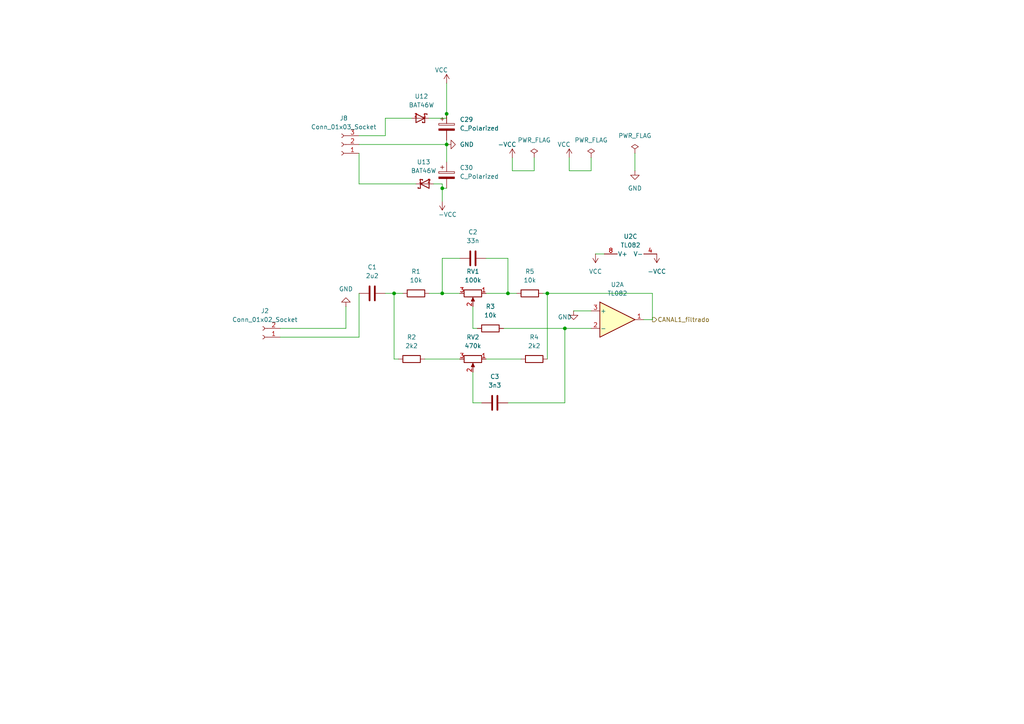
<source format=kicad_sch>
(kicad_sch (version 20231120) (generator "eeschema") (generator_version "8.0")
  (paper "A4")
  (lib_symbols
    (symbol "BAT46W:BAT46W" (pin_names (offset 1.016))
      (property "Reference" "U" (at -2.2896 1.908 0))
      (property "Value" "BAT46W" (at -2.2899 -3.4349 0))
      (symbol "BAT46W_0_0"
        (polyline (pts (xy -1.27 -1.27) (xy 1.27 0)) (stroke (width 0.254)))
        (polyline (pts (xy -1.27 1.27) (xy -1.27 -1.27)) (stroke (width 0.254)))
        (polyline (pts (xy 0.635 -1.016) (xy 0.635 -1.27)) (stroke (width 0.254)))
        (polyline (pts (xy 1.27 -1.27) (xy 0.635 -1.27)) (stroke (width 0.254)))
        (polyline (pts (xy 1.27 0) (xy -1.27 1.27)) (stroke (width 0.254)))
        (polyline (pts (xy 1.27 0) (xy 1.27 -1.27)) (stroke (width 0.254)))
        (polyline (pts (xy 1.27 1.27) (xy 1.27 0)) (stroke (width 0.254)))
        (polyline (pts (xy 1.905 1.27) (xy 1.27 1.27)) (stroke (width 0.254)))
        (polyline (pts (xy 1.905 1.27) (xy 1.905 1.016)) (stroke (width 0.254)))
        (pin passive line (at 2.54 0 180) (length 2.54) (name "~") (number "1"))
        (pin passive line (at -2.54 0 0) (length 2.54) (name "~") (number "2"))
      )
    )
    (symbol "c:C" (pin_numbers hide) (pin_names (offset 0.254))
      (property "Reference" "C" (at 0.635 2.54 0))
      (property "Value" "C" (at 0.635 -2.54 0))
      (symbol "C_0_1"
        (polyline (pts (xy -2.032 -0.762) (xy 2.032 -0.762)) (stroke (width 0.508)))
        (polyline (pts (xy -2.032 0.762) (xy 2.032 0.762)) (stroke (width 0.508)))
      )
      (symbol "C_1_1"
        (pin passive line (at 0 3.81 270) (length 2.794) (name "~") (number "1"))
        (pin passive line (at 0 -3.81 90) (length 2.794) (name "~") (number "2"))
      )
    )
    (symbol "c_polarized:C_Polarized" (pin_numbers hide) (pin_names (offset 0.254))
      (property "Reference" "C" (at 0.635 2.54 0))
      (property "Value" "C_Polarized" (at 0.635 -2.54 0))
      (symbol "C_Polarized_0_1"
        (rectangle (start -2.286 0.508) (end 2.286 1.016))
        (polyline (pts (xy -1.778 2.286) (xy -0.762 2.286)))
        (polyline (pts (xy -1.27 2.794) (xy -1.27 1.778)))
        (rectangle (start 2.286 -0.508) (end -2.286 -1.016) (fill (type outline)))
      )
      (symbol "C_Polarized_1_1"
        (pin passive line (at 0 3.81 270) (length 2.794) (name "~") (number "1"))
        (pin passive line (at 0 -3.81 90) (length 2.794) (name "~") (number "2"))
      )
    )
    (symbol "conn_01x02_socket:Conn_01x02_Socket" (pin_names (offset 1.016) hide)
      (property "Reference" "J" (at 0 2.54 0))
      (property "Value" "Conn_01x02_Socket" (at 0 -5.08 0))
      (symbol "Conn_01x02_Socket_1_1"
        (arc (start 0 -2.032) (mid -0.5058 -2.54) (end 0 -3.048) (stroke (width 0.1524)))
        (polyline (pts (xy -1.27 -2.54) (xy -0.508 -2.54)) (stroke (width 0.1524)))
        (polyline (pts (xy -1.27 0) (xy -0.508 0)) (stroke (width 0.1524)))
        (arc (start 0 0.508) (mid -0.5058 0) (end 0 -0.508) (stroke (width 0.1524)))
        (pin passive line (at -5.08 0 0) (length 3.81) (name "Pin_1") (number "1"))
        (pin passive line (at -5.08 -2.54 0) (length 3.81) (name "Pin_2") (number "2"))
      )
    )
    (symbol "conn_01x03_socket:Conn_01x03_Socket" (pin_names (offset 1.016) hide)
      (property "Reference" "J" (at 0 5.08 0))
      (property "Value" "Conn_01x03_Socket" (at 0 -5.08 0))
      (symbol "Conn_01x03_Socket_1_1"
        (arc (start 0 -2.032) (mid -0.5058 -2.54) (end 0 -3.048) (stroke (width 0.1524)))
        (polyline (pts (xy -1.27 -2.54) (xy -0.508 -2.54)) (stroke (width 0.1524)))
        (polyline (pts (xy -1.27 0) (xy -0.508 0)) (stroke (width 0.1524)))
        (polyline (pts (xy -1.27 2.54) (xy -0.508 2.54)) (stroke (width 0.1524)))
        (arc (start 0 0.508) (mid -0.5058 0) (end 0 -0.508) (stroke (width 0.1524)))
        (arc (start 0 3.048) (mid -0.5058 2.54) (end 0 2.032) (stroke (width 0.1524)))
        (pin passive line (at -5.08 2.54 0) (length 3.81) (name "Pin_1") (number "1"))
        (pin passive line (at -5.08 0 0) (length 3.81) (name "Pin_2") (number "2"))
        (pin passive line (at -5.08 -2.54 0) (length 3.81) (name "Pin_3") (number "3"))
      )
    )
    (symbol "power:GND" (power) (pin_numbers hide) (pin_names (offset 0) hide)
      (property "Value" "GND" (at 0 -3.81 0))
      (symbol "GND_0_1"
        (polyline (pts (xy 0 0) (xy 0 -1.27) (xy 1.27 -1.27) (xy 0 -2.54) (xy -1.27 -1.27) (xy 0 -1.27)))
      )
      (symbol "GND_1_1"
        (pin power_in line (at 0 0 270) (length 0) (name "~") (number "1"))
      )
    )
    (symbol "power:PWR_FLAG" (power) (pin_numbers hide) (pin_names (offset 0) hide)
      (property "Value" "PWR_FLAG" (at 0 3.81 0))
      (symbol "PWR_FLAG_0_0"
        (pin power_out line (at 0 0 90) (length 0) (name "~") (number "1"))
      )
      (symbol "PWR_FLAG_0_1"
        (polyline (pts (xy 0 0) (xy 0 1.27) (xy -1.016 1.905) (xy 0 2.54) (xy 1.016 1.905) (xy 0 1.27)))
      )
    )
    (symbol "power:VCC" (power) (pin_numbers hide) (pin_names (offset 0) hide)
      (property "Value" "VCC" (at 0 3.556 0))
      (symbol "VCC_0_1"
        (polyline (pts (xy -0.762 1.27) (xy 0 2.54)))
        (polyline (pts (xy 0 0) (xy 0 2.54)))
        (polyline (pts (xy 0 2.54) (xy 0.762 1.27)))
      )
      (symbol "VCC_1_1"
        (pin power_in line (at 0 0 90) (length 0) (name "~") (number "1"))
      )
    )
    (symbol "r:R" (pin_numbers hide) (pin_names (offset 0))
      (property "Reference" "R" (at 2.032 0 90))
      (property "Value" "R" (at 0 0 90))
      (symbol "R_0_1"
        (rectangle (start -1.016 -2.54) (end 1.016 2.54) (stroke (width 0.254)))
      )
      (symbol "R_1_1"
        (pin passive line (at 0 3.81 270) (length 1.27) (name "~") (number "1"))
        (pin passive line (at 0 -3.81 90) (length 1.27) (name "~") (number "2"))
      )
    )
    (symbol "r_potentiometer:R_Potentiometer" (pin_names (offset 1.016) hide)
      (property "Reference" "RV" (at -4.445 0 90))
      (property "Value" "R_Potentiometer" (at -2.54 0 90))
      (symbol "R_Potentiometer_0_1"
        (polyline (pts (xy 2.54 0) (xy 1.524 0)))
        (polyline (pts (xy 1.143 0) (xy 2.286 0.508) (xy 2.286 -0.508) (xy 1.143 0)) (fill (type outline)))
        (rectangle (start 1.016 2.54) (end -1.016 -2.54) (stroke (width 0.254)))
      )
      (symbol "R_Potentiometer_1_1"
        (pin passive line (at 0 3.81 270) (length 1.27) (name "1") (number "1"))
        (pin passive line (at 3.81 0 180) (length 1.27) (name "2") (number "2"))
        (pin passive line (at 0 -3.81 90) (length 1.27) (name "3") (number "3"))
      )
    )
    (symbol "tl082:TL082" (pin_names (offset 0.127))
      (property "Reference" "U" (at 0 5.08 0))
      (property "Value" "TL082" (at 0 -5.08 0))
      (symbol "TL082_1_1"
        (polyline (pts (xy -5.08 5.08) (xy 5.08 0) (xy -5.08 -5.08) (xy -5.08 5.08)) (stroke (width 0.254)) (fill (type background)))
        (pin output line (at 7.62 0 180) (length 2.54) (name "~") (number "1"))
        (pin input line (at -7.62 -2.54 0) (length 2.54) (name "-") (number "2"))
        (pin input line (at -7.62 2.54 0) (length 2.54) (name "+") (number "3"))
      )
      (symbol "TL082_2_1"
        (polyline (pts (xy -5.08 5.08) (xy 5.08 0) (xy -5.08 -5.08) (xy -5.08 5.08)) (stroke (width 0.254)) (fill (type background)))
        (pin input line (at -7.62 2.54 0) (length 2.54) (name "+") (number "5"))
        (pin input line (at -7.62 -2.54 0) (length 2.54) (name "-") (number "6"))
        (pin output line (at 7.62 0 180) (length 2.54) (name "~") (number "7"))
      )
      (symbol "TL082_3_1"
        (pin power_in line (at -2.54 -7.62 90) (length 3.81) (name "V-") (number "4"))
        (pin power_in line (at -2.54 7.62 270) (length 3.81) (name "V+") (number "8"))
      )
    )
  )
  (junction (at 129.54 33.02))
  (junction (at 147.32 85.09))
  (junction (at 158.75 85.09))
  (junction (at 129.54 41.91))
  (junction (at 128.27 85.09))
  (junction (at 128.27 54.61))
  (junction (at 163.83 95.25))
  (junction (at 114.3 85.09))
  (wire (pts (xy 128.27 85.09) (xy 128.27 74.93)))
  (wire (pts (xy 81.28 97.79) (xy 104.14 97.79)))
  (wire (pts (xy 137.16 116.84) (xy 139.7 116.84)))
  (wire (pts (xy 148.59 45.72) (xy 148.59 49.53)))
  (wire (pts (xy 163.83 95.25) (xy 163.83 116.84)))
  (wire (pts (xy 172.72 73.66) (xy 175.26 73.66)))
  (wire (pts (xy 128.27 53.34) (xy 128.27 54.61)))
  (wire (pts (xy 189.23 85.09) (xy 158.75 85.09)))
  (wire (pts (xy 104.14 53.34) (xy 120.65 53.34)))
  (wire (pts (xy 140.97 104.14) (xy 151.13 104.14)))
  (wire (pts (xy 137.16 95.25) (xy 138.43 95.25)))
  (wire (pts (xy 129.54 54.61) (xy 128.27 54.61)))
  (wire (pts (xy 104.14 39.37) (xy 111.76 39.37)))
  (wire (pts (xy 124.46 85.09) (xy 128.27 85.09)))
  (wire (pts (xy 104.14 44.45) (xy 104.14 53.34)))
  (wire (pts (xy 128.27 74.93) (xy 133.35 74.93)))
  (wire (pts (xy 163.83 95.25) (xy 171.45 95.25)))
  (wire (pts (xy 111.76 85.09) (xy 114.3 85.09)))
  (wire (pts (xy 147.32 85.09) (xy 149.86 85.09)))
  (wire (pts (xy 189.23 92.71) (xy 186.69 92.71)))
  (wire (pts (xy 114.3 85.09) (xy 114.3 104.14)))
  (wire (pts (xy 104.14 41.91) (xy 129.54 41.91)))
  (wire (pts (xy 140.97 74.93) (xy 147.32 74.93)))
  (wire (pts (xy 100.33 88.9) (xy 100.33 95.25)))
  (wire (pts (xy 137.16 88.9) (xy 137.16 95.25)))
  (wire (pts (xy 129.54 41.91) (xy 129.54 46.99)))
  (wire (pts (xy 111.76 39.37) (xy 111.76 34.29)))
  (wire (pts (xy 148.59 49.53) (xy 154.94 49.53)))
  (wire (pts (xy 154.94 49.53) (xy 154.94 45.72)))
  (wire (pts (xy 171.45 49.53) (xy 171.45 45.72)))
  (wire (pts (xy 189.23 85.09) (xy 189.23 92.71)))
  (wire (pts (xy 123.19 104.14) (xy 133.35 104.14)))
  (wire (pts (xy 114.3 104.14) (xy 115.57 104.14)))
  (wire (pts (xy 140.97 85.09) (xy 147.32 85.09)))
  (wire (pts (xy 165.1 49.53) (xy 171.45 49.53)))
  (wire (pts (xy 165.1 45.72) (xy 165.1 49.53)))
  (wire (pts (xy 158.75 85.09) (xy 157.48 85.09)))
  (wire (pts (xy 114.3 85.09) (xy 116.84 85.09)))
  (wire (pts (xy 163.83 116.84) (xy 147.32 116.84)))
  (wire (pts (xy 124.46 34.29) (xy 129.54 34.29)))
  (wire (pts (xy 128.27 85.09) (xy 133.35 85.09)))
  (wire (pts (xy 129.54 41.91) (xy 129.54 40.64)))
  (wire (pts (xy 104.14 97.79) (xy 104.14 85.09)))
  (wire (pts (xy 147.32 74.93) (xy 147.32 85.09)))
  (wire (pts (xy 129.54 24.13) (xy 129.54 33.02)))
  (wire (pts (xy 81.28 95.25) (xy 100.33 95.25)))
  (wire (pts (xy 128.27 54.61) (xy 128.27 58.42)))
  (wire (pts (xy 125.73 53.34) (xy 128.27 53.34)))
  (wire (pts (xy 111.76 34.29) (xy 119.38 34.29)))
  (wire (pts (xy 146.05 95.25) (xy 163.83 95.25)))
  (wire (pts (xy 129.54 33.02) (xy 129.54 34.29)))
  (wire (pts (xy 184.15 44.45) (xy 184.15 49.53)))
  (wire (pts (xy 137.16 107.95) (xy 137.16 116.84)))
  (wire (pts (xy 166.37 90.17) (xy 171.45 90.17)))
  (wire (pts (xy 158.75 104.14) (xy 158.75 85.09)))
  (hierarchical_label "CANAL1_filtrado" (shape output) (at 189.23 92.71 0))
  (symbol (lib_id "r_potentiometer:R_Potentiometer") (at 137.16 104.14 270) (unit 1)
    (property "Reference" "RV2" (at 137.16 97.79 90))
    (property "Value" "470k" (at 137.16 100.33 90))
    (property "Footprint" "huellas_mm:PinHeader_1x03_P2.54mm_Vertical" (effects (hide yes)))
    (property "Description" "Potentiometer" (effects (hide yes)))
  )
  (symbol (lib_id "power:VCC") (at 129.54 24.13 0) (unit 1)
    (property "Reference" "#PWR061" (effects (hide yes)))
    (property "Value" "VCC" (at 128.016 20.32 0))
    (property "Description" "Power symbol creates a global label with name \"VCC\"" (effects (hide yes)))
  )
  (symbol (lib_id "tl082:TL082") (at 179.07 92.71 0) (unit 1)
    (property "Reference" "U2" (at 179.07 82.55 0))
    (property "Value" "TL082" (at 179.07 85.09 0))
    (property "Footprint" "huellas_mm:SOIC-8_3.9x4.9mm_P1.27mm" (effects (hide yes)))
    (property "Datasheet" "http://www.ti.com/lit/ds/symlink/tl081.pdf" (effects (hide yes)))
    (property "Description" "Dual JFET-Input Operational Amplifiers, DIP-8/SOIC-8/SSOP-8" (effects (hide yes)))
  )
  (symbol (lib_id "r:R") (at 153.67 85.09 90) (unit 1)
    (property "Reference" "R5" (at 153.67 78.74 90))
    (property "Value" "10k" (at 153.67 81.28 90))
    (property "Footprint" "huellas_mm:R_0805_2012Metric_Pad1.20x1.40mm_HandSolder" (effects (hide yes)))
    (property "Description" "Resistor" (effects (hide yes)))
  )
  (symbol (lib_id "power:VCC") (at 190.5 73.66 180) (unit 1)
    (property "Reference" "#PWR037" (effects (hide yes)))
    (property "Value" "-VCC" (at 190.5 78.74 0))
    (property "Description" "Power symbol creates a global label with name \"VCC\"" (effects (hide yes)))
  )
  (symbol (lib_id "power:GND") (at 166.37 90.17 0) (unit 1)
    (property "Reference" "#PWR01" (effects (hide yes)))
    (property "Value" "GND" (at 163.83 91.948 0))
    (property "Description" "Power symbol creates a global label with name \"GND\" , ground" (effects (hide yes)))
  )
  (symbol (lib_id "power:PWR_FLAG") (at 154.94 45.72 0) (unit 1)
    (property "Reference" "#FLG01" (effects (hide yes)))
    (property "Value" "PWR_FLAG" (at 154.94 40.64 0))
    (property "Description" "Special symbol for telling ERC where power comes from" (effects (hide yes)))
  )
  (symbol (lib_id "BAT46W:BAT46W") (at 123.19 53.34 180) (unit 1)
    (property "Reference" "U13" (at 122.8725 46.99 0))
    (property "Value" "BAT46W" (at 122.8725 49.53 0))
    (property "Footprint" "huellas_mm:D_SOD-123F" (effects (hide yes)))
    (property "MF" "Diotec Semiconductor" (effects (hide yes)))
    (property "Description_1" "\n                        \n                            Schottky, SOD-123, 100V, 0.15A, 150°C\n                        \n" (effects (hide yes)))
    (property "Package" "SOD-123 Diotec" (effects (hide yes)))
    (property "Price" "None" (effects (hide yes)))
    (property "SnapEDA_Link" "https://www.snapeda.com/parts/BAT46W/Diotec/view-part/?ref=snap" (effects (hide yes)))
    (property "MP" "BAT46W" (effects (hide yes)))
    (property "Availability" "In Stock" (effects (hide yes)))
    (property "Check_prices" "https://www.snapeda.com/parts/BAT46W/Diotec/view-part/?ref=eda" (effects (hide yes)))
  )
  (symbol (lib_id "conn_01x03_socket:Conn_01x03_Socket") (at 99.06 41.91 180) (unit 1)
    (property "Reference" "J8" (at 99.695 34.29 0))
    (property "Value" "Conn_01x03_Socket" (at 99.695 36.83 0))
    (property "Footprint" "huellas_mm:PinHeader_1x03_P2.54mm_Vertical" (effects (hide yes)))
    (property "Description" "Generic connector, single row, 01x03, script generated" (effects (hide yes)))
  )
  (symbol (lib_id "c_polarized:C_Polarized") (at 129.54 50.8 0) (unit 1)
    (property "Reference" "C30" (at 133.35 48.6409 0) (effects (justify left)))
    (property "Value" "C_Polarized" (at 133.35 51.1809 0) (effects (justify left)))
    (property "Footprint" "huellas_mm:CP_Elec_5x5.3" (effects (hide yes)))
    (property "Description" "Polarized capacitor" (effects (hide yes)))
  )
  (symbol (lib_id "power:VCC") (at 165.1 45.72 0) (unit 1)
    (property "Reference" "#PWR044" (effects (hide yes)))
    (property "Value" "VCC" (at 163.576 41.91 0))
    (property "Description" "Power symbol creates a global label with name \"VCC\"" (effects (hide yes)))
  )
  (symbol (lib_id "c:C") (at 143.51 116.84 90) (unit 1)
    (property "Reference" "C3" (at 143.51 109.22 90))
    (property "Value" "3n3" (at 143.51 111.76 90))
    (property "Footprint" "huellas_mm:C_0805_2012Metric_Pad1.18x1.45mm_HandSolder" (effects (hide yes)))
    (property "Description" "Unpolarized capacitor" (effects (hide yes)))
  )
  (symbol (lib_id "BAT46W:BAT46W") (at 121.92 34.29 0) (unit 1)
    (property "Reference" "U12" (at 122.2375 27.94 0))
    (property "Value" "BAT46W" (at 122.2375 30.48 0))
    (property "Footprint" "huellas_mm:D_SOD-123F" (effects (hide yes)))
    (property "MF" "Diotec Semiconductor" (effects (hide yes)))
    (property "Description_1" "\n                        \n                            Schottky, SOD-123, 100V, 0.15A, 150°C\n                        \n" (effects (hide yes)))
    (property "Package" "SOD-123 Diotec" (effects (hide yes)))
    (property "Price" "None" (effects (hide yes)))
    (property "SnapEDA_Link" "https://www.snapeda.com/parts/BAT46W/Diotec/view-part/?ref=snap" (effects (hide yes)))
    (property "MP" "BAT46W" (effects (hide yes)))
    (property "Availability" "In Stock" (effects (hide yes)))
    (property "Check_prices" "https://www.snapeda.com/parts/BAT46W/Diotec/view-part/?ref=eda" (effects (hide yes)))
  )
  (symbol (lib_id "tl082:TL082") (at 182.88 71.12 90) (unit 3)
    (property "Reference" "U2" (at 182.88 68.58 90))
    (property "Value" "TL082" (at 182.88 71.12 90))
    (property "Footprint" "huellas_mm:SOIC-8_3.9x4.9mm_P1.27mm" (effects (hide yes)))
    (property "Datasheet" "http://www.ti.com/lit/ds/symlink/tl081.pdf" (effects (hide yes)))
    (property "Description" "Dual JFET-Input Operational Amplifiers, DIP-8/SOIC-8/SSOP-8" (effects (hide yes)))
  )
  (symbol (lib_id "c:C") (at 137.16 74.93 90) (unit 1)
    (property "Reference" "C2" (at 137.16 67.31 90))
    (property "Value" "33n" (at 137.16 69.85 90))
    (property "Footprint" "huellas_mm:C_0805_2012Metric_Pad1.18x1.45mm_HandSolder" (effects (hide yes)))
    (property "Description" "Unpolarized capacitor" (effects (hide yes)))
  )
  (symbol (lib_id "power:VCC") (at 172.72 73.66 180) (unit 1)
    (property "Reference" "#PWR036" (effects (hide yes)))
    (property "Value" "VCC" (at 172.72 78.74 0))
    (property "Description" "Power symbol creates a global label with name \"VCC\"" (effects (hide yes)))
  )
  (symbol (lib_id "power:GND") (at 129.54 41.91 90) (unit 1)
    (property "Reference" "#PWR063" (effects (hide yes)))
    (property "Value" "GND" (at 133.35 41.9099 90) (effects (justify right)))
    (property "Description" "Power symbol creates a global label with name \"GND\" , ground" (effects (hide yes)))
  )
  (symbol (lib_id "r:R") (at 119.38 104.14 90) (unit 1)
    (property "Reference" "R2" (at 119.38 97.79 90))
    (property "Value" "2k2" (at 119.38 100.33 90))
    (property "Footprint" "huellas_mm:R_0805_2012Metric_Pad1.20x1.40mm_HandSolder" (effects (hide yes)))
    (property "Description" "Resistor" (effects (hide yes)))
  )
  (symbol (lib_id "power:VCC") (at 128.27 58.42 180) (unit 1)
    (property "Reference" "#PWR062" (effects (hide yes)))
    (property "Value" "-VCC" (at 129.794 62.23 0))
    (property "Description" "Power symbol creates a global label with name \"VCC\"" (effects (hide yes)))
  )
  (symbol (lib_id "c:C") (at 107.95 85.09 90) (unit 1)
    (property "Reference" "C1" (at 107.95 77.47 90))
    (property "Value" "2u2" (at 107.95 80.01 90))
    (property "Footprint" "huellas_mm:C_0805_2012Metric_Pad1.18x1.45mm_HandSolder" (effects (hide yes)))
    (property "Description" "Unpolarized capacitor" (effects (hide yes)))
  )
  (symbol (lib_id "r:R") (at 154.94 104.14 90) (unit 1)
    (property "Reference" "R4" (at 154.94 97.79 90))
    (property "Value" "2k2" (at 154.94 100.33 90))
    (property "Footprint" "huellas_mm:R_0805_2012Metric_Pad1.20x1.40mm_HandSolder" (effects (hide yes)))
    (property "Description" "Resistor" (effects (hide yes)))
  )
  (symbol (lib_id "power:VCC") (at 148.59 45.72 0) (unit 1)
    (property "Reference" "#PWR060" (effects (hide yes)))
    (property "Value" "-VCC" (at 147.066 41.91 0))
    (property "Description" "Power symbol creates a global label with name \"VCC\"" (effects (hide yes)))
  )
  (symbol (lib_id "power:GND") (at 100.33 88.9 180) (unit 1)
    (property "Reference" "#PWR02" (effects (hide yes)))
    (property "Value" "GND" (at 100.33 83.82 0))
    (property "Description" "Power symbol creates a global label with name \"GND\" , ground" (effects (hide yes)))
  )
  (symbol (lib_id "power:PWR_FLAG") (at 171.45 45.72 0) (unit 1)
    (property "Reference" "#FLG013" (effects (hide yes)))
    (property "Value" "PWR_FLAG" (at 171.45 40.64 0))
    (property "Description" "Special symbol for telling ERC where power comes from" (effects (hide yes)))
  )
  (symbol (lib_id "r_potentiometer:R_Potentiometer") (at 137.16 85.09 270) (unit 1)
    (property "Reference" "RV1" (at 137.16 78.74 90))
    (property "Value" "100k" (at 137.16 81.28 90))
    (property "Footprint" "huellas_mm:PinHeader_1x03_P2.54mm_Vertical" (effects (hide yes)))
    (property "Description" "Potentiometer" (effects (hide yes)))
  )
  (symbol (lib_id "power:GND") (at 184.15 49.53 0) (unit 1)
    (property "Reference" "#PWR047" (effects (hide yes)))
    (property "Value" "GND" (at 184.15 54.61 0))
    (property "Description" "Power symbol creates a global label with name \"GND\" , ground" (effects (hide yes)))
  )
  (symbol (lib_id "power:PWR_FLAG") (at 184.15 44.45 0) (unit 1)
    (property "Reference" "#FLG014" (effects (hide yes)))
    (property "Value" "PWR_FLAG" (at 184.15 39.37 0))
    (property "Description" "Special symbol for telling ERC where power comes from" (effects (hide yes)))
  )
  (symbol (lib_id "c_polarized:C_Polarized") (at 129.54 36.83 0) (unit 1)
    (property "Reference" "C29" (at 133.35 34.6709 0) (effects (justify left)))
    (property "Value" "C_Polarized" (at 133.35 37.2109 0) (effects (justify left)))
    (property "Footprint" "huellas_mm:CP_Elec_5x5.3" (effects (hide yes)))
    (property "Description" "Polarized capacitor" (effects (hide yes)))
  )
  (symbol (lib_id "conn_01x02_socket:Conn_01x02_Socket") (at 76.2 97.79 180) (unit 1)
    (property "Reference" "J2" (at 76.835 90.17 0))
    (property "Value" "Conn_01x02_Socket" (at 76.835 92.71 0))
    (property "Footprint" "huellas_mm:PinHeader_1x02_P2.54mm_Vertical" (effects (hide yes)))
    (property "Description" "Generic connector, single row, 01x02, script generated" (effects (hide yes)))
  )
  (symbol (lib_id "r:R") (at 142.24 95.25 90) (unit 1)
    (property "Reference" "R3" (at 142.24 88.9 90))
    (property "Value" "10k" (at 142.24 91.44 90))
    (property "Footprint" "huellas_mm:R_0805_2012Metric_Pad1.20x1.40mm_HandSolder" (effects (hide yes)))
    (property "Description" "Resistor" (effects (hide yes)))
  )
  (symbol (lib_id "r:R") (at 120.65 85.09 90) (unit 1)
    (property "Reference" "R1" (at 120.65 78.74 90))
    (property "Value" "10k" (at 120.65 81.28 90))
    (property "Footprint" "huellas_mm:R_0805_2012Metric_Pad1.20x1.40mm_HandSolder" (effects (hide yes)))
    (property "Description" "Resistor" (effects (hide yes)))
  )
)
</source>
